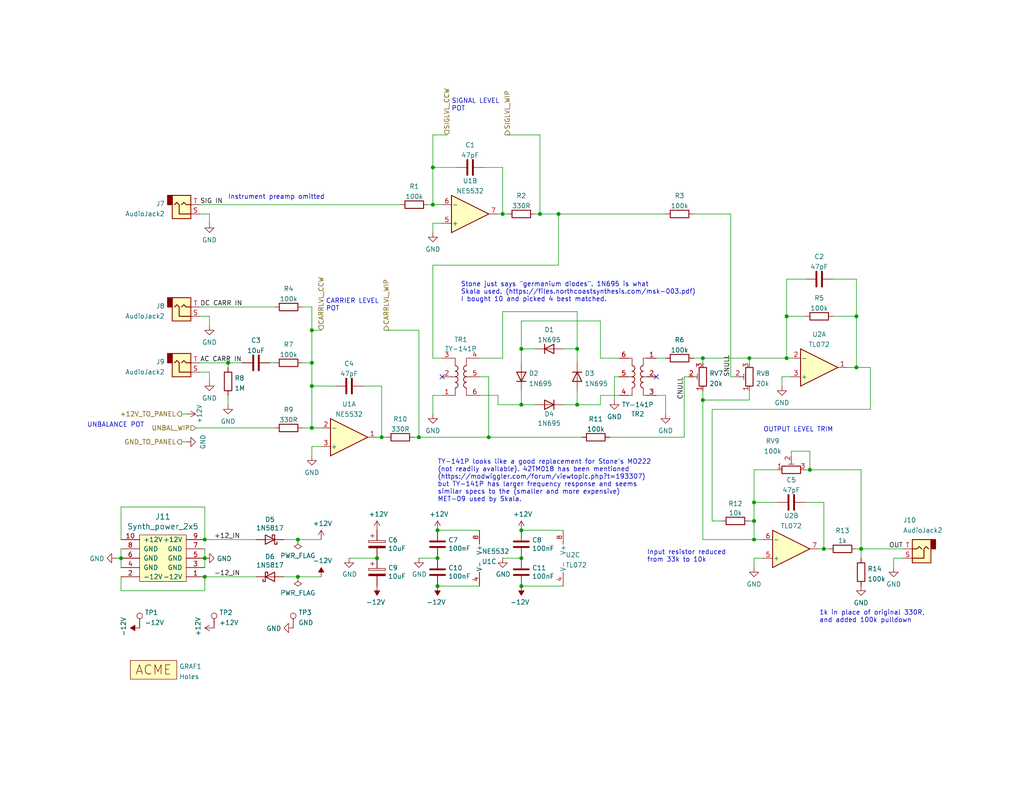
<source format=kicad_sch>
(kicad_sch (version 20211123) (generator eeschema)
  (paper "USLetter")
  (title_block (title "Active Real Ring Modulator") (date "2021-11-20") (company "Rich Holmes / Analog Output") (comment 1 "or neighboring rights to this work. Published from United States.") (comment 2 "To the extent possible under law, Richard Holmes has waived all copyright and related ") (comment 3 "Circuit design by Ken Stone."))
  (lib_symbols
    (symbol "Amplifier_Operational:NE5532" (pin_names (offset 0.127))
      (property "Reference" "U" (at 0 5.08 0))
      (property "Value" "NE5532" (at 0 -5.08 0))
      (symbol "NE5532_1_1"
        (polyline (pts (xy -5.08 5.08) (xy 5.08 0) (xy -5.08 -5.08) (xy -5.08 5.08)) (stroke (width 0.254)) (fill (type background)))
        (pin output line (at 7.62 0 180) (length 2.54) (name "~") (number "1"))
        (pin input line (at -7.62 -2.54 0) (length 2.54) (name "-") (number "2"))
        (pin input line (at -7.62 2.54 0) (length 2.54) (name "+") (number "3"))
      )
      (symbol "NE5532_2_1"
        (polyline (pts (xy -5.08 5.08) (xy 5.08 0) (xy -5.08 -5.08) (xy -5.08 5.08)) (stroke (width 0.254)) (fill (type background)))
        (pin input line (at -7.62 2.54 0) (length 2.54) (name "+") (number "5"))
        (pin input line (at -7.62 -2.54 0) (length 2.54) (name "-") (number "6"))
        (pin output line (at 7.62 0 180) (length 2.54) (name "~") (number "7"))
      )
      (symbol "NE5532_3_1"
        (pin power_in line (at -2.54 -7.62 90) (length 3.81) (name "V-") (number "4"))
        (pin power_in line (at -2.54 7.62 270) (length 3.81) (name "V+") (number "8"))
      )
    )
    (symbol "Connector:AudioJack2"
      (property "Reference" "J" (at 0 8.89 0))
      (property "Value" "AudioJack2" (at 0 6.35 0))
      (symbol "AudioJack2_0_1"
        (rectangle (start -3.81 0) (end -2.54 -2.54) (stroke (width 0.254)) (fill (type outline)))
        (rectangle (start -2.54 3.81) (end 2.54 -2.54) (stroke (width 0.254)) (fill (type background)))
        (polyline (pts (xy 0 0) (xy 0.635 -0.635) (xy 1.27 0) (xy 2.54 0)) (stroke (width 0.254)))
        (polyline (pts (xy 2.54 2.54) (xy -0.635 2.54) (xy -0.635 0) (xy -1.27 -0.635) (xy -1.905 0)) (stroke (width 0.254)))
      )
      (symbol "AudioJack2_1_1"
        (pin passive line (at 5.08 2.54 180) (length 2.54) (name "~") (number "S"))
        (pin passive line (at 5.08 0 180) (length 2.54) (name "~") (number "T"))
      )
    )
    (symbol "Diode:1N4148" (pin_numbers hide) (pin_names (offset 1.016) hide)
      (property "Reference" "D" (at 0 2.54 0))
      (property "Value" "1N4148" (at 0 -2.54 0))
      (symbol "1N4148_0_1"
        (polyline (pts (xy -1.27 1.27) (xy -1.27 -1.27)) (stroke (width 0.254)))
        (polyline (pts (xy 1.27 0) (xy -1.27 0)))
        (polyline (pts (xy 1.27 1.27) (xy 1.27 -1.27) (xy -1.27 0) (xy 1.27 1.27)) (stroke (width 0.254)))
      )
      (symbol "1N4148_1_1"
        (pin passive line (at -3.81 0 0) (length 2.54) (name "K") (number "1"))
        (pin passive line (at 3.81 0 180) (length 2.54) (name "A") (number "2"))
      )
    )
    (symbol "Transformer:ADTT1-1" (pin_names hide)
      (property "Reference" "TR" (at 0 6.35 0))
      (property "Value" "ADTT1-1" (at 0 -6.35 0))
      (symbol "ADTT1-1_0_1"
        (arc (start -1.524 -3.048) (mid -0.762 -2.286) (end -1.524 -1.524) (stroke (width 0.2032)))
        (arc (start -1.524 -1.524) (mid -0.762 -0.762) (end -1.524 0) (stroke (width 0.2032)))
        (arc (start -1.524 0) (mid -0.762 0.762) (end -1.524 1.524) (stroke (width 0.2032)))
        (arc (start -1.524 1.524) (mid -0.762 2.286) (end -1.524 3.048) (stroke (width 0.2032)))
        (polyline (pts (xy -2.54 0) (xy -1.27 0)))
        (polyline (pts (xy 2.54 0) (xy 1.27 0)) (stroke (width 0.1524)))
        (polyline (pts (xy -2.54 5.08) (xy -1.524 5.08) (xy -1.524 3.048)) (stroke (width 0.1524)))
        (polyline (pts (xy -1.524 -3.048) (xy -1.524 -5.08) (xy -2.54 -5.08)) (stroke (width 0.1524)))
        (polyline (pts (xy 1.524 3.048) (xy 1.524 5.08) (xy 2.54 5.08)) (stroke (width 0.1524)))
        (polyline (pts (xy 2.54 -5.08) (xy 1.524 -5.08) (xy 1.524 -3.048)) (stroke (width 0.1524)))
        (arc (start 1.524 -1.524) (mid 0.762 -2.286) (end 1.524 -3.048) (stroke (width 0.2032)))
        (arc (start 1.524 0) (mid 0.762 -0.762) (end 1.524 -1.524) (stroke (width 0.2032)))
        (arc (start 1.524 1.524) (mid 0.762 0.762) (end 1.524 0) (stroke (width 0.2032)))
        (arc (start 1.524 3.048) (mid 0.762 2.286) (end 1.524 1.524) (stroke (width 0.2032)))
      )
      (symbol "ADTT1-1_1_1"
        (pin passive line (at -5.08 -5.08 0) (length 2.54) (name "~") (number "1"))
        (pin passive line (at -5.08 0 0) (length 2.54) (name "~") (number "2"))
        (pin passive line (at -5.08 5.08 0) (length 2.54) (name "~") (number "3"))
        (pin passive line (at 5.08 5.08 180) (length 2.54) (name "~") (number "4"))
        (pin passive line (at 5.08 0 180) (length 2.54) (name "~") (number "5"))
        (pin passive line (at 5.08 -5.08 180) (length 2.54) (name "~") (number "6"))
      )
    )
    (symbol "ao_symbols:1N5817" (pin_numbers hide) (pin_names (offset 1.016) hide)
      (property "Reference" "D" (at 0 2.54 0))
      (property "Value" "1N5817" (at 0 -2.54 0))
      (symbol "1N5817_0_1"
        (polyline (pts (xy 1.27 0) (xy -1.27 0)))
        (polyline (pts (xy 1.27 1.27) (xy 1.27 -1.27) (xy -1.27 0) (xy 1.27 1.27)) (stroke (width 0.254)))
        (polyline (pts (xy -1.905 0.635) (xy -1.905 1.27) (xy -1.27 1.27) (xy -1.27 -1.27) (xy -0.635 -1.27) (xy -0.635 -0.635)) (stroke (width 0.254)))
      )
      (symbol "1N5817_1_1"
        (pin passive line (at -3.81 0 0) (length 2.54) (name "K") (number "1"))
        (pin passive line (at 3.81 0 180) (length 2.54) (name "A") (number "2"))
      )
    )
    (symbol "ao_symbols:C" (pin_numbers hide) (pin_names (offset 0.254))
      (property "Reference" "C" (at 0.635 2.54 0))
      (property "Value" "C" (at 0.635 -2.54 0))
      (symbol "C_0_1"
        (polyline (pts (xy -2.032 -0.762) (xy 2.032 -0.762)) (stroke (width 0.508)))
        (polyline (pts (xy -2.032 0.762) (xy 2.032 0.762)) (stroke (width 0.508)))
      )
      (symbol "C_1_1"
        (pin passive line (at 0 3.81 270) (length 2.794) (name "~") (number "1"))
        (pin passive line (at 0 -3.81 90) (length 2.794) (name "~") (number "2"))
      )
    )
    (symbol "ao_symbols:CP" (pin_numbers hide) (pin_names (offset 0.254))
      (property "Reference" "C" (at 0.635 2.54 0))
      (property "Value" "CP" (at 0.635 -2.54 0))
      (symbol "CP_0_1"
        (rectangle (start -2.286 0.508) (end 2.286 1.016))
        (polyline (pts (xy -1.778 2.286) (xy -0.762 2.286)))
        (polyline (pts (xy -1.27 2.794) (xy -1.27 1.778)))
        (rectangle (start 2.286 -0.508) (end -2.286 -1.016) (fill (type outline)))
      )
      (symbol "CP_1_1"
        (pin passive line (at 0 3.81 270) (length 2.794) (name "~") (number "1"))
        (pin passive line (at 0 -3.81 90) (length 2.794) (name "~") (number "2"))
      )
    )
    (symbol "ao_symbols:Graphic" (pin_names (offset 1.016)) (in_bom no)
      (property "Reference" "GRAF" (at 0 -3.81 0))
      (property "Value" "Graphic" (at 0 3.81 0))
      (symbol "Graphic_0_0"
        (rectangle (start -6.35 2.54) (end 6.35 -2.54) (fill (type background)))
        (text "ACME" (at 0 0 0) (effects (font (size 2.54 2.54))))
      )
    )
    (symbol "ao_symbols:R" (pin_numbers hide) (pin_names (offset 0))
      (property "Reference" "R" (at 2.032 0 90))
      (property "Value" "R" (at 0 0 90))
      (symbol "R_0_1"
        (rectangle (start -1.016 -2.54) (end 1.016 2.54) (stroke (width 0.254)))
      )
      (symbol "R_1_1"
        (pin passive line (at 0 3.81 270) (length 1.27) (name "~") (number "1"))
        (pin passive line (at 0 -3.81 90) (length 1.27) (name "~") (number "2"))
      )
    )
    (symbol "ao_symbols:R_POT_TRIM_3296W" (pin_names (offset 1.016) hide)
      (property "Reference" "RV" (at -4.445 0 90))
      (property "Value" "R_POT_TRIM_3296W" (at -2.54 0 90))
      (symbol "R_POT_TRIM_3296W_0_1"
        (polyline (pts (xy 1.524 0.762) (xy 1.524 -0.762)))
        (polyline (pts (xy 2.54 0) (xy 1.524 0)))
        (rectangle (start 1.016 2.54) (end -1.016 -2.54) (stroke (width 0.254)))
      )
      (symbol "R_POT_TRIM_3296W_1_1"
        (pin passive line (at 0 3.81 270) (length 1.27) (name "1") (number "1"))
        (pin passive line (at 3.81 0 180) (length 1.27) (name "2") (number "2"))
        (pin passive line (at 0 -3.81 90) (length 1.27) (name "3") (number "3"))
      )
    )
    (symbol "ao_symbols:Synth_power_2x5" (pin_names (offset 1.016))
      (property "Reference" "J" (at 0 -7.62 0))
      (property "Value" "Synth_power_2x5" (at 0 7.62 0))
      (symbol "Synth_power_2x5_0_1"
        (rectangle (start -6.35 6.35) (end 6.35 -6.35) (fill (type background)))
      )
      (symbol "Synth_power_2x5_1_1"
        (pin power_out line (at 11.43 -5.08 180) (length 5.08) (name "-12V") (number "1"))
        (pin passive line (at -11.43 5.08 0) (length 5.08) (name "+12V") (number "10"))
        (pin passive line (at -11.43 -5.08 0) (length 5.08) (name "-12V") (number "2"))
        (pin power_out line (at 11.43 -2.54 180) (length 5.08) (name "GND") (number "3"))
        (pin passive line (at -11.43 -2.54 0) (length 5.08) (name "GND") (number "4"))
        (pin passive line (at 11.43 0 180) (length 5.08) (name "GND") (number "5"))
        (pin passive line (at -11.43 0 0) (length 5.08) (name "GND") (number "6"))
        (pin passive line (at 11.43 2.54 180) (length 5.08) (name "GND") (number "7"))
        (pin passive line (at -11.43 2.54 0) (length 5.08) (name "GND") (number "8"))
        (pin power_out line (at 11.43 5.08 180) (length 5.08) (name "+12V") (number "9"))
      )
    )
    (symbol "ao_symbols:TL072" (pin_names (offset 0.127))
      (property "Reference" "U" (at 0 5.08 0))
      (property "Value" "TL072" (at 0 -5.08 0))
      (symbol "TL072_1_1"
        (polyline (pts (xy -5.08 5.08) (xy 5.08 0) (xy -5.08 -5.08) (xy -5.08 5.08)) (stroke (width 0.254)) (fill (type background)))
        (pin output line (at 7.62 0 180) (length 2.54) (name "~") (number "1"))
        (pin input line (at -7.62 -2.54 0) (length 2.54) (name "-") (number "2"))
        (pin input line (at -7.62 2.54 0) (length 2.54) (name "+") (number "3"))
      )
      (symbol "TL072_2_1"
        (polyline (pts (xy -5.08 5.08) (xy 5.08 0) (xy -5.08 -5.08) (xy -5.08 5.08)) (stroke (width 0.254)) (fill (type background)))
        (pin input line (at -7.62 2.54 0) (length 2.54) (name "+") (number "5"))
        (pin input line (at -7.62 -2.54 0) (length 2.54) (name "-") (number "6"))
        (pin output line (at 7.62 0 180) (length 2.54) (name "~") (number "7"))
      )
      (symbol "TL072_3_1"
        (pin power_in line (at -2.54 -7.62 90) (length 3.81) (name "V-") (number "4"))
        (pin power_in line (at -2.54 7.62 270) (length 3.81) (name "V+") (number "8"))
      )
    )
    (symbol "ao_symbols:TestPoint" (pin_numbers hide) (pin_names (offset 0.762) hide) (in_bom no)
      (property "Reference" "TP" (at 0 6.858 0))
      (property "Value" "TestPoint" (at 0 5.08 0))
      (symbol "TestPoint_0_1"
        (circle (center 0 3.302) (radius 0.762))
      )
      (symbol "TestPoint_1_1"
        (pin passive line (at 0 0 90) (length 2.54) (name "1") (number "1"))
      )
    )
    (symbol "power:+12V" (power) (pin_names (offset 0))
      (property "Value" "+12V" (at 0 3.556 0))
      (symbol "+12V_0_1"
        (polyline (pts (xy -0.762 1.27) (xy 0 2.54)))
        (polyline (pts (xy 0 0) (xy 0 2.54)))
        (polyline (pts (xy 0 2.54) (xy 0.762 1.27)))
      )
      (symbol "+12V_1_1"
        (pin power_in line (at 0 0 90) (length 0) hide (name "+12V") (number "1"))
      )
    )
    (symbol "power:-12V" (power) (pin_names (offset 0))
      (property "Value" "-12V" (at 0 3.81 0))
      (symbol "-12V_0_0"
        (pin power_in line (at 0 0 90) (length 0) hide (name "-12V") (number "1"))
      )
      (symbol "-12V_0_1"
        (polyline (pts (xy 0 0) (xy 0 1.27) (xy 0.762 1.27) (xy 0 2.54) (xy -0.762 1.27) (xy 0 1.27)) (fill (type outline)))
      )
    )
    (symbol "power:GND" (power) (pin_names (offset 0))
      (property "Value" "GND" (at 0 -3.81 0))
      (symbol "GND_0_1"
        (polyline (pts (xy 0 0) (xy 0 -1.27) (xy 1.27 -1.27) (xy 0 -2.54) (xy -1.27 -1.27) (xy 0 -1.27)))
      )
      (symbol "GND_1_1"
        (pin power_in line (at 0 0 270) (length 0) hide (name "GND") (number "1"))
      )
    )
    (symbol "power:PWR_FLAG" (power) (pin_numbers hide) (pin_names (offset 0) hide)
      (property "Value" "PWR_FLAG" (at 0 3.81 0))
      (symbol "PWR_FLAG_0_0"
        (pin power_out line (at 0 0 90) (length 0) (name "pwr") (number "1"))
      )
      (symbol "PWR_FLAG_0_1"
        (polyline (pts (xy 0 0) (xy 0 1.27) (xy -1.016 1.905) (xy 0 2.54) (xy 1.016 1.905) (xy 0 1.27)))
      )
    )
  )
  (junction (at 118.11 55.88))
  (junction (at 205.74 137.16))
  (junction (at 119.38 160.02))
  (junction (at 102.87 152.4))
  (junction (at 62.23 99.06))
  (junction (at 85.09 90.17))
  (junction (at 55.88 147.32))
  (junction (at 204.47 97.79))
  (junction (at 119.38 144.78))
  (junction (at 191.77 97.79))
  (junction (at 118.11 45.72))
  (junction (at 137.16 58.42))
  (junction (at 205.74 142.24))
  (junction (at 152.4 58.42))
  (junction (at 142.24 152.4))
  (junction (at 233.68 100.33))
  (junction (at 147.32 58.42))
  (junction (at 114.3 119.38))
  (junction (at 55.88 152.4))
  (junction (at 119.38 152.4))
  (junction (at 214.63 86.36))
  (junction (at 157.48 110.49))
  (junction (at 142.24 160.02))
  (junction (at 142.24 95.25))
  (junction (at 234.95 149.86))
  (junction (at 224.79 149.86))
  (junction (at 220.98 128.27))
  (junction (at 205.74 147.32))
  (junction (at 85.09 105.41))
  (junction (at 142.24 110.49))
  (junction (at 81.28 157.48))
  (junction (at 133.35 119.38))
  (junction (at 214.63 97.79))
  (junction (at 81.28 147.32))
  (junction (at 104.14 119.38))
  (junction (at 142.24 144.78))
  (junction (at 85.09 99.06))
  (junction (at 55.88 157.48))
  (junction (at 85.09 116.84))
  (junction (at 157.48 95.25))
  (junction (at 191.77 109.22))
  (junction (at 233.68 86.36))
  (junction (at 33.02 152.4))
  (no_connect (at 179.07 102.87))
  (no_connect (at 120.65 102.87))
  (wire (pts (xy 163.83 87.63) (xy 163.83 97.79)))
  (wire (pts (xy 191.77 109.22) (xy 191.77 147.32)))
  (wire (pts (xy 163.83 97.79) (xy 168.91 97.79)))
  (wire (pts (xy 233.68 86.36) (xy 233.68 100.33)))
  (wire (pts (xy 234.95 128.27) (xy 234.95 149.86)))
  (wire (pts (xy 142.24 95.25) (xy 142.24 99.06)))
  (wire (pts (xy 54.61 99.06) (xy 62.23 99.06)))
  (wire (pts (xy 55.88 152.4) (xy 55.88 154.94)))
  (wire (pts (xy 132.08 45.72) (xy 137.16 45.72)))
  (wire (pts (xy 220.98 128.27) (xy 234.95 128.27)))
  (wire (pts (xy 118.11 36.83) (xy 121.92 36.83)))
  (wire (pts (xy 118.11 72.39) (xy 118.11 97.79)))
  (wire (pts (xy 53.34 116.84) (xy 74.93 116.84)))
  (wire (pts (xy 243.84 152.4) (xy 243.84 154.94)))
  (wire (pts (xy 114.3 119.38) (xy 133.35 119.38)))
  (wire (pts (xy 233.68 100.33) (xy 237.49 100.33)))
  (wire (pts (xy 205.74 142.24) (xy 205.74 147.32)))
  (wire (pts (xy 137.16 45.72) (xy 137.16 58.42)))
  (wire (pts (xy 152.4 72.39) (xy 118.11 72.39)))
  (wire (pts (xy 137.16 85.09) (xy 157.48 85.09)))
  (wire (pts (xy 77.47 157.48) (xy 81.28 157.48)))
  (wire (pts (xy 85.09 90.17) (xy 85.09 99.06)))
  (wire (pts (xy 55.88 161.29) (xy 55.88 157.48)))
  (wire (pts (xy 118.11 45.72) (xy 124.46 45.72)))
  (wire (pts (xy 146.05 95.25) (xy 142.24 95.25)))
  (wire (pts (xy 191.77 97.79) (xy 191.77 99.06)))
  (wire (pts (xy 219.71 137.16) (xy 224.79 137.16)))
  (wire (pts (xy 234.95 149.86) (xy 233.68 149.86)))
  (wire (pts (xy 81.28 157.48) (xy 87.63 157.48)))
  (wire (pts (xy 130.81 97.79) (xy 137.16 97.79)))
  (wire (pts (xy 119.38 144.78) (xy 130.81 144.78)))
  (wire (pts (xy 133.35 102.87) (xy 133.35 119.38)))
  (wire (pts (xy 157.48 95.25) (xy 153.67 95.25)))
  (wire (pts (xy 118.11 55.88) (xy 118.11 45.72)))
  (wire (pts (xy 215.9 124.46) (xy 215.9 123.19)))
  (wire (pts (xy 120.65 60.96) (xy 118.11 60.96)))
  (wire (pts (xy 113.03 119.38) (xy 114.3 119.38)))
  (wire (pts (xy 179.07 97.79) (xy 181.61 97.79)))
  (wire (pts (xy 73.66 99.06) (xy 74.93 99.06)))
  (wire (pts (xy 54.61 55.88) (xy 109.22 55.88)))
  (wire (pts (xy 54.61 86.36) (xy 57.15 86.36)))
  (wire (pts (xy 85.09 105.41) (xy 85.09 116.84)))
  (wire (pts (xy 138.43 58.42) (xy 137.16 58.42)))
  (wire (pts (xy 204.47 106.68) (xy 204.47 109.22)))
  (wire (pts (xy 157.48 110.49) (xy 157.48 106.68)))
  (wire (pts (xy 102.87 119.38) (xy 104.14 119.38)))
  (wire (pts (xy 137.16 97.79) (xy 137.16 85.09)))
  (wire (pts (xy 234.95 149.86) (xy 234.95 152.4)))
  (wire (pts (xy 104.14 119.38) (xy 105.41 119.38)))
  (wire (pts (xy 204.47 109.22) (xy 191.77 109.22)))
  (wire (pts (xy 137.16 152.4) (xy 142.24 152.4)))
  (wire (pts (xy 33.02 152.4) (xy 33.02 154.94)))
  (wire (pts (xy 194.31 111.76) (xy 194.31 142.24)))
  (wire (pts (xy 62.23 99.06) (xy 62.23 100.33)))
  (wire (pts (xy 168.91 107.95) (xy 163.83 107.95)))
  (wire (pts (xy 81.28 147.32) (xy 87.63 147.32)))
  (wire (pts (xy 135.89 110.49) (xy 142.24 110.49)))
  (wire (pts (xy 85.09 121.92) (xy 87.63 121.92)))
  (wire (pts (xy 231.14 100.33) (xy 233.68 100.33)))
  (wire (pts (xy 55.88 147.32) (xy 69.85 147.32)))
  (wire (pts (xy 57.15 101.6) (xy 57.15 104.14)))
  (wire (pts (xy 147.32 58.42) (xy 152.4 58.42)))
  (wire (pts (xy 114.3 90.17) (xy 114.3 119.38)))
  (wire (pts (xy 104.14 105.41) (xy 104.14 119.38)))
  (wire (pts (xy 220.98 123.19) (xy 220.98 128.27)))
  (wire (pts (xy 85.09 90.17) (xy 87.63 90.17)))
  (wire (pts (xy 138.43 36.83) (xy 147.32 36.83)))
  (wire (pts (xy 181.61 107.95) (xy 181.61 113.03)))
  (wire (pts (xy 33.02 157.48) (xy 33.02 161.29)))
  (wire (pts (xy 82.55 99.06) (xy 85.09 99.06)))
  (wire (pts (xy 205.74 137.16) (xy 205.74 142.24)))
  (wire (pts (xy 215.9 123.19) (xy 220.98 123.19)))
  (wire (pts (xy 205.74 152.4) (xy 205.74 154.94)))
  (wire (pts (xy 224.79 149.86) (xy 223.52 149.86)))
  (wire (pts (xy 85.09 83.82) (xy 85.09 90.17)))
  (wire (pts (xy 105.41 90.17) (xy 114.3 90.17)))
  (wire (pts (xy 57.15 58.42) (xy 57.15 60.96)))
  (wire (pts (xy 191.77 147.32) (xy 205.74 147.32)))
  (wire (pts (xy 205.74 137.16) (xy 212.09 137.16)))
  (wire (pts (xy 226.06 149.86) (xy 224.79 149.86)))
  (wire (pts (xy 82.55 116.84) (xy 85.09 116.84)))
  (wire (pts (xy 57.15 86.36) (xy 57.15 88.9)))
  (wire (pts (xy 130.81 107.95) (xy 135.89 107.95)))
  (wire (pts (xy 186.69 119.38) (xy 186.69 102.87)))
  (wire (pts (xy 189.23 97.79) (xy 191.77 97.79)))
  (wire (pts (xy 246.38 152.4) (xy 243.84 152.4)))
  (wire (pts (xy 214.63 76.2) (xy 214.63 86.36)))
  (wire (pts (xy 31.75 152.4) (xy 33.02 152.4)))
  (wire (pts (xy 157.48 85.09) (xy 157.48 95.25)))
  (wire (pts (xy 214.63 86.36) (xy 219.71 86.36)))
  (wire (pts (xy 205.74 128.27) (xy 205.74 137.16)))
  (wire (pts (xy 152.4 58.42) (xy 181.61 58.42)))
  (wire (pts (xy 186.69 102.87) (xy 187.96 102.87)))
  (wire (pts (xy 227.33 76.2) (xy 233.68 76.2)))
  (wire (pts (xy 142.24 110.49) (xy 146.05 110.49)))
  (wire (pts (xy 213.36 105.41) (xy 213.36 102.87)))
  (wire (pts (xy 118.11 97.79) (xy 120.65 97.79)))
  (wire (pts (xy 77.47 147.32) (xy 81.28 147.32)))
  (wire (pts (xy 213.36 102.87) (xy 215.9 102.87)))
  (wire (pts (xy 62.23 99.06) (xy 66.04 99.06)))
  (wire (pts (xy 191.77 97.79) (xy 204.47 97.79)))
  (wire (pts (xy 205.74 128.27) (xy 212.09 128.27)))
  (wire (pts (xy 199.39 58.42) (xy 199.39 102.87)))
  (wire (pts (xy 219.71 128.27) (xy 220.98 128.27)))
  (wire (pts (xy 234.95 149.86) (xy 246.38 149.86)))
  (wire (pts (xy 208.28 152.4) (xy 205.74 152.4)))
  (wire (pts (xy 118.11 107.95) (xy 118.11 113.03)))
  (wire (pts (xy 118.11 45.72) (xy 118.11 36.83)))
  (wire (pts (xy 137.16 58.42) (xy 135.89 58.42)))
  (wire (pts (xy 204.47 97.79) (xy 214.63 97.79)))
  (wire (pts (xy 95.25 152.4) (xy 102.87 152.4)))
  (wire (pts (xy 227.33 86.36) (xy 233.68 86.36)))
  (wire (pts (xy 214.63 86.36) (xy 214.63 97.79)))
  (wire (pts (xy 54.61 83.82) (xy 74.93 83.82)))
  (wire (pts (xy 135.89 107.95) (xy 135.89 110.49)))
  (wire (pts (xy 224.79 137.16) (xy 224.79 149.86)))
  (wire (pts (xy 55.88 138.43) (xy 55.88 147.32)))
  (wire (pts (xy 142.24 106.68) (xy 142.24 110.49)))
  (wire (pts (xy 119.38 160.02) (xy 130.81 160.02)))
  (wire (pts (xy 153.67 110.49) (xy 157.48 110.49)))
  (wire (pts (xy 147.32 58.42) (xy 146.05 58.42)))
  (wire (pts (xy 167.64 102.87) (xy 167.64 109.22)))
  (wire (pts (xy 82.55 83.82) (xy 85.09 83.82)))
  (wire (pts (xy 205.74 147.32) (xy 208.28 147.32)))
  (wire (pts (xy 237.49 100.33) (xy 237.49 111.76)))
  (wire (pts (xy 157.48 99.06) (xy 157.48 95.25)))
  (wire (pts (xy 214.63 76.2) (xy 219.71 76.2)))
  (wire (pts (xy 168.91 102.87) (xy 167.64 102.87)))
  (wire (pts (xy 85.09 116.84) (xy 87.63 116.84)))
  (wire (pts (xy 163.83 110.49) (xy 157.48 110.49)))
  (wire (pts (xy 62.23 107.95) (xy 62.23 110.49)))
  (wire (pts (xy 199.39 102.87) (xy 200.66 102.87)))
  (wire (pts (xy 147.32 36.83) (xy 147.32 58.42)))
  (wire (pts (xy 179.07 107.95) (xy 181.61 107.95)))
  (wire (pts (xy 118.11 55.88) (xy 120.65 55.88)))
  (wire (pts (xy 99.06 105.41) (xy 104.14 105.41)))
  (wire (pts (xy 33.02 147.32) (xy 33.02 138.43)))
  (wire (pts (xy 204.47 142.24) (xy 205.74 142.24)))
  (wire (pts (xy 142.24 160.02) (xy 153.67 160.02)))
  (wire (pts (xy 54.61 101.6) (xy 57.15 101.6)))
  (wire (pts (xy 189.23 58.42) (xy 199.39 58.42)))
  (wire (pts (xy 85.09 124.46) (xy 85.09 121.92)))
  (wire (pts (xy 163.83 107.95) (xy 163.83 110.49)))
  (wire (pts (xy 33.02 161.29) (xy 55.88 161.29)))
  (wire (pts (xy 50.8 113.03) (xy 49.53 113.03)))
  (wire (pts (xy 33.02 138.43) (xy 55.88 138.43)))
  (wire (pts (xy 33.02 149.86) (xy 33.02 152.4)))
  (wire (pts (xy 49.53 120.65) (xy 50.8 120.65)))
  (wire (pts (xy 54.61 58.42) (xy 57.15 58.42)))
  (wire (pts (xy 130.81 102.87) (xy 133.35 102.87)))
  (wire (pts (xy 85.09 99.06) (xy 85.09 105.41)))
  (wire (pts (xy 204.47 97.79) (xy 204.47 99.06)))
  (wire (pts (xy 118.11 60.96) (xy 118.11 63.5)))
  (wire (pts (xy 237.49 111.76) (xy 194.31 111.76)))
  (wire (pts (xy 85.09 105.41) (xy 91.44 105.41)))
  (wire (pts (xy 214.63 97.79) (xy 215.9 97.79)))
  (wire (pts (xy 152.4 58.42) (xy 152.4 72.39)))
  (wire (pts (xy 55.88 149.86) (xy 55.88 152.4)))
  (wire (pts (xy 118.11 107.95) (xy 120.65 107.95)))
  (wire (pts (xy 114.3 152.4) (xy 119.38 152.4)))
  (wire (pts (xy 133.35 119.38) (xy 158.75 119.38)))
  (wire (pts (xy 116.84 55.88) (xy 118.11 55.88)))
  (wire (pts (xy 233.68 76.2) (xy 233.68 86.36)))
  (wire (pts (xy 142.24 95.25) (xy 142.24 87.63)))
  (wire (pts (xy 55.88 157.48) (xy 69.85 157.48)))
  (wire (pts (xy 194.31 142.24) (xy 196.85 142.24)))
  (wire (pts (xy 142.24 144.78) (xy 153.67 144.78)))
  (wire (pts (xy 166.37 119.38) (xy 186.69 119.38)))
  (wire (pts (xy 191.77 109.22) (xy 191.77 106.68)))
  (wire (pts (xy 142.24 87.63) (xy 163.83 87.63)))
  (text "OUTPUT LEVEL TRIM" (at 208.28 118.11 0) (effects (font (size 1.27 1.27)) (justify left bottom)))
  (text "1k in place of original 330R, \nand added 100k pulldown" (at 223.52 170.18 0) (effects (font (size 1.27 1.27)) (justify left bottom)))
  (text "Instrument preamp omitted" (at 62.23 54.61 0) (effects (font (size 1.27 1.27)) (justify left bottom)))
  (text "UNBALANCE POT" (at 39.37 116.84 180) (effects (font (size 1.27 1.27)) (justify right bottom)))
  (text "Input resistor reduced \nfrom 33k to 10k" (at 176.53 153.67 0) (effects (font (size 1.27 1.27)) (justify left bottom)))
  (text "SIGNAL LEVEL\nPOT" (at 123.19 30.48 0) (effects (font (size 1.27 1.27)) (justify left bottom)))
  (text "Stone just says \"germanium diodes\". 1N695 is what\nSkala used. (https://files.northcoastsynthesis.com/msk-003.pdf)\nI bought 10 and picked 4 best matched." (at 125.73 82.55 0) (effects (font (size 1.27 1.27)) (justify left bottom)))
  (text "TY-141P looks like a good replacement for Stone's MO222\n(not readily available). 42TM018 has been mentioned \n(https://modwiggler.com/forum/viewtopic.php?t=193307)\nbut TY-141P has larger frequency response and seems \nsimilar specs to the (smaller and more expensive) \nMET-09 used by Skala." (at 119.38 137.16 0) (effects (font (size 1.27 1.27)) (justify left bottom)))
  (text "CARRIER LEVEL\nPOT" (at 88.9 85.09 0) (effects (font (size 1.27 1.27)) (justify left bottom)))
  (label "CNULL" (at 186.69 102.87 270))
  (label "DC CARR IN" (at 54.61 83.82 0))
  (label "SNULL" (at 199.39 102.87 90))
  (label "OUT" (at 246.38 149.86 180))
  (label "SIG IN" (at 54.61 55.88 0))
  (label "AC CARR IN" (at 54.61 99.06 0))
  (label "-12_IN" (at 58.42 157.48 0))
  (label "+12_IN" (at 58.42 147.32 0))
  (hierarchical_label "CARRLVL_WIP" (shape output) (at 105.41 90.17 90))
  (hierarchical_label "UNBAL_WIP" (shape input) (at 53.34 116.84 180))
  (hierarchical_label "SIGLVL_WIP" (shape output) (at 138.43 36.83 90))
  (hierarchical_label "+12V_TO_PANEL" (shape output) (at 49.53 113.03 180))
  (hierarchical_label "SIGLVL_CCW" (shape input) (at 121.92 36.83 90))
  (hierarchical_label "CARRLVL_CCW" (shape input) (at 87.63 90.17 90))
  (hierarchical_label "GND_TO_PANEL" (shape output) (at 49.53 120.65 180))
  (symbol (lib_id "power:GND") (at 80.01 171.45 270) (unit 1)
    (property "Reference" "#PWR031" (effects hide))
    (property "Value" "GND" (at 76.7588 171.577 90) (effects (justify right)))
  )
  (symbol (lib_id "ao_symbols:1N5817") (at 73.66 157.48 0) (mirror x) (unit 1)
    (property "Reference" "D6" (at 73.66 151.9936 0))
    (property "Value" "1N5817" (at 73.66 154.305 0))
    (property "Footprint" "ao_tht:D_DO-41_SOD81_P10.16mm_Horizontal" (effects hide))
    (property "Vendor" "Tayda" (effects hide))
    (property "SKU" "A-159" (effects hide))
  )
  (symbol (lib_id "ao_symbols:1N5817") (at 73.66 147.32 180) (unit 1)
    (property "Reference" "D5" (at 73.66 141.8336 0))
    (property "Value" "1N5817" (at 73.66 144.145 0))
    (property "Footprint" "ao_tht:D_DO-41_SOD81_P10.16mm_Horizontal" (effects hide))
    (property "Vendor" "Tayda" (effects hide))
    (property "SKU" "A-159" (effects hide))
  )
  (symbol (lib_id "ao_symbols:C") (at 95.25 105.41 90) (unit 1)
    (property "Reference" "C4" (at 95.25 99.2845 90))
    (property "Value" "47pF" (at 95.25 102.0596 90))
    (property "Footprint" "ao_tht:C_Disc_D5.0mm_W2.5mm_P5.00mm" (effects hide))
    (property "Vendor" "Tayda" (effects hide))
  )
  (symbol (lib_id "ao_symbols:Synth_power_2x5") (at 44.45 152.4 0) (unit 1)
    (property "Reference" "J11" (at 44.45 141.0462 0) (effects (font (size 1.524 1.524))))
    (property "Value" "Synth_power_2x5" (at 44.45 143.7386 0) (effects (font (size 1.524 1.524))))
    (property "Footprint" "ao_tht:Power_Header" (effects hide))
    (property "Vendor" "Tayda" (effects hide))
    (property "SKU" "A-2939" (effects hide))
  )
  (symbol (lib_id "power:GND") (at 85.09 124.46 0) (unit 1)
    (property "Reference" "#PWR012" (effects hide))
    (property "Value" "GND" (at 85.09 129.0225 0))
  )
  (symbol (lib_id "Diode:1N4148") (at 149.86 95.25 0) (unit 1)
    (property "Reference" "D1" (at 149.86 90.0135 0))
    (property "Value" "1N695" (at 149.86 92.7886 0))
    (property "Footprint" "ringmod:D_DO-7_P10.16mm_Horizontal" (effects hide))
    (property "Datasheet" "https://assets.nexperia.com/documents/data-sheet/1N4148_1N4448.pdf" (effects hide))
  )
  (symbol (lib_id "power:GND") (at 57.15 88.9 0) (unit 1)
    (property "Reference" "#PWR03" (effects hide))
    (property "Value" "GND" (at 57.15 93.4625 0))
  )
  (symbol (lib_id "Diode:1N4148") (at 142.24 102.87 270) (mirror x) (unit 1)
    (property "Reference" "D2" (at 144.272 101.9615 90) (effects (justify left)))
    (property "Value" "1N695" (at 144.272 104.7366 90) (effects (justify left)))
    (property "Footprint" "ringmod:D_DO-7_P10.16mm_Horizontal" (effects hide))
    (property "Datasheet" "https://assets.nexperia.com/documents/data-sheet/1N4148_1N4448.pdf" (effects hide))
  )
  (symbol (lib_id "ao_symbols:TestPoint") (at 58.42 171.45 0) (unit 1)
    (property "Reference" "TP2" (at 59.817 167.2395 0) (effects (justify left)))
    (property "Value" "+12V" (at 59.817 170.0146 0) (effects (justify left)))
    (property "Footprint" "ao_tht:TestPoint_THTPad_D1.5mm_Drill0.7mm" (effects hide))
    (property "Config" "DNF" (effects hide))
  )
  (symbol (lib_id "ao_symbols:R") (at 162.56 119.38 90) (unit 1)
    (property "Reference" "R11" (at 162.56 114.3975 90))
    (property "Value" "100k" (at 162.56 117.1726 90))
    (property "Footprint" "ao_tht:R_Axial_DIN0207_L6.3mm_D2.5mm_P10.16mm_Horizontal" (effects hide))
    (property "Vendor" "Tayda" (effects hide))
  )
  (symbol (lib_id "ao_symbols:R") (at 185.42 97.79 90) (unit 1)
    (property "Reference" "R6" (at 185.42 92.8075 90))
    (property "Value" "100k" (at 185.42 95.5826 90))
    (property "Footprint" "ao_tht:R_Axial_DIN0207_L6.3mm_D2.5mm_P10.16mm_Horizontal" (effects hide))
    (property "Vendor" "Tayda" (effects hide))
  )
  (symbol (lib_id "ao_symbols:C") (at 223.52 76.2 90) (unit 1)
    (property "Reference" "C2" (at 223.52 70.0745 90))
    (property "Value" "47pF" (at 223.52 72.8496 90))
    (property "Footprint" "ao_tht:C_Disc_D5.0mm_W2.5mm_P5.00mm" (effects hide))
    (property "Vendor" "Tayda" (effects hide))
  )
  (symbol (lib_id "power:PWR_FLAG") (at 81.28 147.32 0) (mirror x) (unit 1)
    (property "Reference" "#FLG01" (effects hide))
    (property "Value" "PWR_FLAG" (at 81.28 151.7142 0))
  )
  (symbol (lib_id "power:GND") (at 213.36 105.41 0) (unit 1)
    (property "Reference" "#PWR05" (effects hide))
    (property "Value" "GND" (at 213.36 109.9725 0))
  )
  (symbol (lib_id "Connector:AudioJack2") (at 251.46 149.86 180) (unit 1)
    (property "Reference" "J10" (at 246.38 142.0049 0) (effects (justify right)))
    (property "Value" "AudioJack2" (at 246.38 144.78 0) (effects (justify right)))
    (property "Footprint" "ao_tht:Jack_6.35mm_PJ_629HAN_slots" (effects hide))
  )
  (symbol (lib_id "ao_symbols:TestPoint") (at 38.1 171.45 0) (unit 1)
    (property "Reference" "TP1" (at 39.497 167.2395 0) (effects (justify left)))
    (property "Value" "-12V" (at 39.497 170.0146 0) (effects (justify left)))
    (property "Footprint" "ao_tht:TestPoint_THTPad_D1.5mm_Drill0.7mm" (effects hide))
    (property "Config" "DNF" (effects hide))
  )
  (symbol (lib_id "ao_symbols:R") (at 113.03 55.88 90) (unit 1)
    (property "Reference" "R1" (at 113.03 50.8975 90))
    (property "Value" "100k" (at 113.03 53.6726 90))
    (property "Footprint" "ao_tht:R_Axial_DIN0207_L6.3mm_D2.5mm_P10.16mm_Horizontal" (effects hide))
    (property "Vendor" "Tayda" (effects hide))
  )
  (symbol (lib_id "ao_symbols:R") (at 185.42 58.42 90) (unit 1)
    (property "Reference" "R3" (at 185.42 53.4375 90))
    (property "Value" "100k" (at 185.42 56.2126 90))
    (property "Footprint" "ao_tht:R_Axial_DIN0207_L6.3mm_D2.5mm_P10.16mm_Horizontal" (effects hide))
    (property "Vendor" "Tayda" (effects hide))
  )
  (symbol (lib_id "Amplifier_Operational:NE5532") (at 95.25 119.38 0) (mirror x) (unit 1)
    (property "Reference" "U1" (at 95.25 110.3335 0))
    (property "Value" "NE5532" (at 95.25 113.1086 0))
    (property "Footprint" "ao_tht:DIP-8_W7.62mm_Socket_LongPads" (effects hide))
    (property "Datasheet" "http://www.ti.com/lit/ds/symlink/ne5532.pdf" (effects hide))
  )
  (symbol (lib_id "ao_symbols:R") (at 200.66 142.24 90) (unit 1)
    (property "Reference" "R12" (at 200.66 137.5242 90))
    (property "Value" "10k" (at 200.66 140.0611 90))
    (property "Footprint" "ao_tht:R_Axial_DIN0207_L6.3mm_D2.5mm_P10.16mm_Horizontal" (effects hide))
    (property "Vendor" "Tayda" (effects hide))
  )
  (symbol (lib_id "power:GND") (at 114.3 152.4 0) (unit 1)
    (property "Reference" "#PWR020" (effects hide))
    (property "Value" "GND" (at 114.427 156.7942 0))
  )
  (symbol (lib_id "ao_symbols:R") (at 142.24 58.42 90) (unit 1)
    (property "Reference" "R2" (at 142.24 53.4375 90))
    (property "Value" "330R" (at 142.24 56.2126 90))
    (property "Footprint" "ao_tht:R_Axial_DIN0207_L6.3mm_D2.5mm_P10.16mm_Horizontal" (effects hide))
    (property "Vendor" "Tayda" (effects hide))
  )
  (symbol (lib_id "ao_symbols:C") (at 142.24 156.21 0) (unit 1)
    (property "Reference" "C11" (at 145.161 155.0416 0) (effects (justify left)))
    (property "Value" "100nF" (at 145.161 157.353 0) (effects (justify left)))
    (property "Footprint" "ao_tht:C_Disc_D3.0mm_W1.6mm_P2.50mm" (effects hide))
    (property "Vendor" "Tayda" (effects hide))
    (property "SKU" "A-553" (effects hide))
  )
  (symbol (lib_id "power:GND") (at 95.25 152.4 0) (unit 1)
    (property "Reference" "#PWR019" (effects hide))
    (property "Value" "GND" (at 95.377 156.7942 0))
  )
  (symbol (lib_id "ao_symbols:TL072") (at 223.52 100.33 0) (mirror x) (unit 1)
    (property "Reference" "U2" (at 223.52 91.2835 0))
    (property "Value" "TL072" (at 223.52 94.0586 0))
    (property "Footprint" "ao_tht:DIP-8_W7.62mm_Socket_LongPads" (effects hide))
    (property "Vendor" "Tayda" (effects hide))
    (property "SKU" "A-037" (effects hide))
  )
  (symbol (lib_id "Diode:1N4148") (at 157.48 102.87 90) (mirror x) (unit 1)
    (property "Reference" "D3" (at 159.512 101.9615 90) (effects (justify right)))
    (property "Value" "1N695" (at 159.512 104.7366 90) (effects (justify right)))
    (property "Footprint" "ringmod:D_DO-7_P10.16mm_Horizontal" (effects hide))
    (property "Datasheet" "https://assets.nexperia.com/documents/data-sheet/1N4148_1N4448.pdf" (effects hide))
  )
  (symbol (lib_id "power:GND") (at 181.61 113.03 0) (unit 1)
    (property "Reference" "#PWR010" (effects hide))
    (property "Value" "GND" (at 181.61 117.5925 0))
  )
  (symbol (lib_id "ao_symbols:R_POT_TRIM_3296W") (at 215.9 128.27 90) (unit 1)
    (property "Reference" "RV9" (at 210.82 120.4149 90))
    (property "Value" "100k" (at 210.82 123.19 90))
    (property "Footprint" "ao_tht:Potentiometer_Bourns_3296W_Vertical_standard" (effects hide))
    (property "Vendor" "Tayda" (effects hide))
  )
  (symbol (lib_id "power:+12V") (at 87.63 147.32 0) (unit 1)
    (property "Reference" "#PWR016" (effects hide))
    (property "Value" "+12V" (at 88.011 142.9258 0))
  )
  (symbol (lib_id "Amplifier_Operational:NE5532") (at 128.27 152.4 0) (mirror y) (unit 3)
    (property "Reference" "U1" (at 131.445 153.3085 0) (effects (justify right)))
    (property "Value" "NE5532" (at 131.445 150.5334 0) (effects (justify right)))
    (property "Footprint" "ao_tht:DIP-8_W7.62mm_Socket_LongPads" (effects hide))
    (property "Datasheet" "http://www.ti.com/lit/ds/symlink/ne5532.pdf" (effects hide))
  )
  (symbol (lib_id "power:GND") (at 137.16 152.4 0) (unit 1)
    (property "Reference" "#PWR021" (effects hide))
    (property "Value" "GND" (at 137.287 156.7942 0))
  )
  (symbol (lib_id "ao_symbols:R") (at 109.22 119.38 90) (unit 1)
    (property "Reference" "R10" (at 109.22 114.3975 90))
    (property "Value" "330R" (at 109.22 117.1726 90))
    (property "Footprint" "ao_tht:R_Axial_DIN0207_L6.3mm_D2.5mm_P10.16mm_Horizontal" (effects hide))
    (property "Vendor" "Tayda" (effects hide))
  )
  (symbol (lib_id "Connector:AudioJack2") (at 49.53 99.06 0) (mirror x) (unit 1)
    (property "Reference" "J9" (at 44.9581 98.7865 0) (effects (justify right)))
    (property "Value" "AudioJack2" (at 44.9581 101.5616 0) (effects (justify right)))
    (property "Footprint" "ao_tht:Jack_6.35mm_PJ_629HAN_slots" (effects hide))
  )
  (symbol (lib_id "power:GND") (at 31.75 152.4 270) (unit 1)
    (property "Reference" "#PWR017" (effects hide))
    (property "Value" "GND" (at 28.4988 152.527 90) (effects (justify right)))
  )
  (symbol (lib_id "ao_symbols:C") (at 128.27 45.72 90) (unit 1)
    (property "Reference" "C1" (at 128.27 39.5945 90))
    (property "Value" "47pF" (at 128.27 42.3696 90))
    (property "Footprint" "ao_tht:C_Disc_D5.0mm_W2.5mm_P5.00mm" (effects hide))
    (property "Vendor" "Tayda" (effects hide))
  )
  (symbol (lib_id "ao_symbols:CP") (at 102.87 148.59 0) (unit 1)
    (property "Reference" "C6" (at 105.8672 147.4216 0) (effects (justify left)))
    (property "Value" "10uF" (at 105.8672 149.733 0) (effects (justify left)))
    (property "Footprint" "ao_tht:CP_Radial_D6.3mm_P2.50mm" (effects hide))
    (property "Vendor" "Tayda" (effects hide))
    (property "SKU" "A-4349" (effects hide))
  )
  (symbol (lib_id "ao_symbols:TL072") (at 156.21 152.4 0) (unit 3)
    (property "Reference" "U2" (at 154.305 151.4915 0) (effects (justify left)))
    (property "Value" "TL072" (at 154.305 154.2666 0) (effects (justify left)))
    (property "Footprint" "ao_tht:DIP-8_W7.62mm_Socket_LongPads" (effects hide))
    (property "Vendor" "Tayda" (effects hide))
    (property "SKU" "A-037" (effects hide))
  )
  (symbol (lib_id "ao_symbols:Graphic") (at 41.91 182.88 0) (unit 1)
    (property "Reference" "GRAF1" (at 48.895 181.9715 0) (effects (justify left)))
    (property "Value" "Holes" (at 48.895 184.7466 0) (effects (justify left)))
    (property "Footprint" "ringmod:ringmod_panel_2_holes" (effects hide))
    (property "Config" "DNF" (effects hide))
  )
  (symbol (lib_id "ao_symbols:C") (at 119.38 156.21 0) (unit 1)
    (property "Reference" "C10" (at 122.301 155.0416 0) (effects (justify left)))
    (property "Value" "100nF" (at 122.301 157.353 0) (effects (justify left)))
    (property "Footprint" "ao_tht:C_Disc_D3.0mm_W1.6mm_P2.50mm" (effects hide))
    (property "Vendor" "Tayda" (effects hide))
    (property "SKU" "A-553" (effects hide))
  )
  (symbol (lib_id "power:+12V") (at 50.8 113.03 270) (unit 1)
    (property "Reference" "#PWR08" (effects hide))
    (property "Value" "+12V" (at 54.4045 113.03 0))
  )
  (symbol (lib_id "power:-12V") (at 102.87 160.02 180) (unit 1)
    (property "Reference" "#PWR025" (effects hide))
    (property "Value" "-12V" (at 102.489 164.4142 0))
  )
  (symbol (lib_id "power:GND") (at 118.11 63.5 0) (unit 1)
    (property "Reference" "#PWR02" (effects hide))
    (property "Value" "GND" (at 118.11 68.0625 0))
  )
  (symbol (lib_id "power:GND") (at 57.15 60.96 0) (unit 1)
    (property "Reference" "#PWR01" (effects hide))
    (property "Value" "GND" (at 57.15 65.5225 0))
  )
  (symbol (lib_id "ao_symbols:R") (at 78.74 83.82 90) (unit 1)
    (property "Reference" "R4" (at 78.74 78.8375 90))
    (property "Value" "100k" (at 78.74 81.6126 90))
    (property "Footprint" "ao_tht:R_Axial_DIN0207_L6.3mm_D2.5mm_P10.16mm_Horizontal" (effects hide))
    (property "Vendor" "Tayda" (effects hide))
  )
  (symbol (lib_id "Connector:AudioJack2") (at 49.53 55.88 0) (mirror x) (unit 1)
    (property "Reference" "J7" (at 44.9581 55.6065 0) (effects (justify right)))
    (property "Value" "AudioJack2" (at 44.9581 58.3816 0) (effects (justify right)))
    (property "Footprint" "ao_tht:Jack_6.35mm_PJ_629HAN_slots" (effects hide))
  )
  (symbol (lib_id "ao_symbols:C") (at 142.24 148.59 0) (unit 1)
    (property "Reference" "C8" (at 145.161 147.4216 0) (effects (justify left)))
    (property "Value" "100nF" (at 145.161 149.733 0) (effects (justify left)))
    (property "Footprint" "ao_tht:C_Disc_D3.0mm_W1.6mm_P2.50mm" (effects hide))
    (property "Vendor" "Tayda" (effects hide))
    (property "SKU" "A-553" (effects hide))
  )
  (symbol (lib_id "power:GND") (at 243.84 154.94 0) (mirror y) (unit 1)
    (property "Reference" "#PWR023" (effects hide))
    (property "Value" "GND" (at 243.84 159.5025 0))
  )
  (symbol (lib_id "ao_symbols:R_POT_TRIM_3296W") (at 191.77 102.87 180) (unit 1)
    (property "Reference" "RV7" (at 193.548 101.9615 0) (effects (justify right)))
    (property "Value" "20k" (at 193.548 104.7366 0) (effects (justify right)))
    (property "Footprint" "ao_tht:Potentiometer_Bourns_3296W_Vertical_standard" (effects hide))
    (property "Vendor" "Tayda" (effects hide))
  )
  (symbol (lib_id "power:+12V") (at 102.87 144.78 0) (unit 1)
    (property "Reference" "#PWR013" (effects hide))
    (property "Value" "+12V" (at 103.251 140.3858 0))
  )
  (symbol (lib_id "power:+12V") (at 142.24 144.78 0) (unit 1)
    (property "Reference" "#PWR015" (effects hide))
    (property "Value" "+12V" (at 142.621 140.3858 0))
  )
  (symbol (lib_id "power:+12V") (at 58.42 171.45 90) (unit 1)
    (property "Reference" "#PWR030" (effects hide))
    (property "Value" "+12V" (at 54.0258 171.069 0))
  )
  (symbol (lib_id "ao_symbols:TL072") (at 215.9 149.86 0) (mirror x) (unit 2)
    (property "Reference" "U2" (at 215.9 140.8135 0))
    (property "Value" "TL072" (at 215.9 143.5886 0))
    (property "Footprint" "ao_tht:DIP-8_W7.62mm_Socket_LongPads" (effects hide))
    (property "Vendor" "Tayda" (effects hide))
    (property "SKU" "A-037" (effects hide))
  )
  (symbol (lib_id "ao_symbols:R") (at 229.87 149.86 90) (unit 1)
    (property "Reference" "R13" (at 229.87 144.8775 90))
    (property "Value" "1k" (at 229.87 147.6526 90))
    (property "Footprint" "ao_tht:R_Axial_DIN0207_L6.3mm_D2.5mm_P10.16mm_Horizontal" (effects hide))
    (property "Vendor" "Tayda" (effects hide))
  )
  (symbol (lib_id "power:GND") (at 205.74 154.94 0) (unit 1)
    (property "Reference" "#PWR022" (effects hide))
    (property "Value" "GND" (at 205.74 159.5025 0))
  )
  (symbol (lib_id "ao_symbols:C") (at 69.85 99.06 270) (unit 1)
    (property "Reference" "C3" (at 69.85 92.9345 90))
    (property "Value" "10uF" (at 69.85 95.7096 90))
    (property "Footprint" "ao_tht:C_Radial_D8.0mm_H11.5mm_P3.50mm" (effects hide))
    (property "Vendor" "Tayda" (effects hide))
  )
  (symbol (lib_id "power:+12V") (at 119.38 144.78 0) (unit 1)
    (property "Reference" "#PWR014" (effects hide))
    (property "Value" "+12V" (at 119.761 140.3858 0))
  )
  (symbol (lib_id "ao_symbols:R") (at 62.23 104.14 0) (unit 1)
    (property "Reference" "R8" (at 64.008 103.2315 0) (effects (justify left)))
    (property "Value" "1M" (at 64.008 106.0066 0) (effects (justify left)))
    (property "Footprint" "ao_tht:R_Axial_DIN0207_L6.3mm_D2.5mm_P10.16mm_Horizontal" (effects hide))
    (property "Vendor" "Tayda" (effects hide))
  )
  (symbol (lib_id "power:-12V") (at 87.63 157.48 0) (unit 1)
    (property "Reference" "#PWR024" (effects hide))
    (property "Value" "-12V" (at 88.011 153.0858 0))
  )
  (symbol (lib_id "ao_symbols:R") (at 78.74 99.06 90) (unit 1)
    (property "Reference" "R7" (at 78.74 94.0775 90))
    (property "Value" "100k" (at 78.74 96.8526 90))
    (property "Footprint" "ao_tht:R_Axial_DIN0207_L6.3mm_D2.5mm_P10.16mm_Horizontal" (effects hide))
    (property "Vendor" "Tayda" (effects hide))
  )
  (symbol (lib_id "power:GND") (at 50.8 120.65 90) (unit 1)
    (property "Reference" "#PWR011" (effects hide))
    (property "Value" "GND" (at 55.3625 120.65 0))
  )
  (symbol (lib_id "power:-12V") (at 38.1 171.45 90) (unit 1)
    (property "Reference" "#PWR029" (effects hide))
    (property "Value" "-12V" (at 33.7058 171.069 0))
  )
  (symbol (lib_id "power:PWR_FLAG") (at 81.28 157.48 0) (mirror x) (unit 1)
    (property "Reference" "#FLG02" (effects hide))
    (property "Value" "PWR_FLAG" (at 81.28 161.8742 0))
  )
  (symbol (lib_id "ao_symbols:C") (at 119.38 148.59 0) (unit 1)
    (property "Reference" "C7" (at 122.301 147.4216 0) (effects (justify left)))
    (property "Value" "100nF" (at 122.301 149.733 0) (effects (justify left)))
    (property "Footprint" "ao_tht:C_Disc_D3.0mm_W1.6mm_P2.50mm" (effects hide))
    (property "Vendor" "Tayda" (effects hide))
    (property "SKU" "A-553" (effects hide))
  )
  (symbol (lib_id "Transformer:ADTT1-1") (at 173.99 102.87 180) (unit 1)
    (property "Reference" "TR2" (at 173.99 113.03 0))
    (property "Value" "TY-141P" (at 173.99 110.49 0))
    (property "Footprint" "ringmod:Transformer_TY-141P" (effects hide))
    (property "Datasheet" "https://www.minicircuits.com/pdfs/ADTT1-1+.pdf" (effects hide))
  )
  (symbol (lib_id "power:GND") (at 167.64 109.22 0) (unit 1)
    (property "Reference" "#PWR06" (effects hide))
    (property "Value" "GND" (at 167.64 113.7825 0))
  )
  (symbol (lib_id "ao_symbols:R") (at 234.95 156.21 180) (unit 1)
    (property "Reference" "R14" (at 236.728 155.3015 0) (effects (justify right)))
    (property "Value" "100k" (at 236.728 158.0766 0) (effects (justify right)))
    (property "Footprint" "ao_tht:R_Axial_DIN0207_L6.3mm_D2.5mm_P10.16mm_Horizontal" (effects hide))
    (property "Vendor" "Tayda" (effects hide))
  )
  (symbol (lib_id "power:GND") (at 55.88 152.4 90) (mirror x) (unit 1)
    (property "Reference" "#PWR018" (effects hide))
    (property "Value" "GND" (at 59.1312 152.527 90) (effects (justify right)))
  )
  (symbol (lib_id "Transformer:ADTT1-1") (at 125.73 102.87 0) (unit 1)
    (property "Reference" "TR1" (at 125.73 92.71 0))
    (property "Value" "TY-141P" (at 125.73 95.25 0))
    (property "Footprint" "ringmod:Transformer_TY-141P" (effects hide))
    (property "Datasheet" "https://www.minicircuits.com/pdfs/ADTT1-1+.pdf" (effects hide))
  )
  (symbol (lib_id "ao_symbols:R_POT_TRIM_3296W") (at 204.47 102.87 180) (unit 1)
    (property "Reference" "RV8" (at 206.248 101.9615 0) (effects (justify right)))
    (property "Value" "20k" (at 206.248 104.7366 0) (effects (justify right)))
    (property "Footprint" "ao_tht:Potentiometer_Bourns_3296W_Vertical_standard" (effects hide))
    (property "Vendor" "Tayda" (effects hide))
  )
  (symbol (lib_id "ao_symbols:CP") (at 102.87 156.21 0) (unit 1)
    (property "Reference" "C9" (at 105.8672 155.0416 0) (effects (justify left)))
    (property "Value" "10uF" (at 105.8672 157.353 0) (effects (justify left)))
    (property "Footprint" "ao_tht:CP_Radial_D6.3mm_P2.50mm" (effects hide))
    (property "Vendor" "Tayda" (effects hide))
    (property "SKU" "A-4349" (effects hide))
  )
  (symbol (lib_id "power:GND") (at 118.11 113.03 0) (unit 1)
    (property "Reference" "#PWR09" (effects hide))
    (property "Value" "GND" (at 118.11 117.5925 0))
  )
  (symbol (lib_id "Amplifier_Operational:NE5532") (at 128.27 58.42 0) (mirror x) (unit 2)
    (property "Reference" "U1" (at 128.27 49.3735 0))
    (property "Value" "NE5532" (at 128.27 52.1486 0))
    (property "Footprint" "ao_tht:DIP-8_W7.62mm_Socket_LongPads" (effects hide))
    (property "Datasheet" "http://www.ti.com/lit/ds/symlink/ne5532.pdf" (effects hide))
  )
  (symbol (lib_id "ao_symbols:TestPoint") (at 80.01 171.45 0) (unit 1)
    (property "Reference" "TP3" (at 81.407 167.2395 0) (effects (justify left)))
    (property "Value" "GND" (at 81.407 170.0146 0) (effects (justify left)))
    (property "Footprint" "ao_tht:TestPoint_THTPad_1.5x1.5mm_Drill0.7mm" (effects hide))
    (property "Config" "DNF" (effects hide))
  )
  (symbol (lib_id "power:GND") (at 57.15 104.14 0) (unit 1)
    (property "Reference" "#PWR04" (effects hide))
    (property "Value" "GND" (at 57.15 108.7025 0))
  )
  (symbol (lib_id "power:-12V") (at 142.24 160.02 180) (unit 1)
    (property "Reference" "#PWR027" (effects hide))
    (property "Value" "-12V" (at 141.859 164.4142 0))
  )
  (symbol (lib_id "ao_symbols:C") (at 215.9 137.16 90) (unit 1)
    (property "Reference" "C5" (at 215.9 131.0345 90))
    (property "Value" "47pF" (at 215.9 133.8096 90))
    (property "Footprint" "ao_tht:C_Disc_D5.0mm_W2.5mm_P5.00mm" (effects hide))
    (property "Vendor" "Tayda" (effects hide))
  )
  (symbol (lib_id "Diode:1N4148") (at 149.86 110.49 180) (unit 1)
    (property "Reference" "D4" (at 149.86 113.03 0))
    (property "Value" "1N695" (at 149.86 115.57 0))
    (property "Footprint" "ringmod:D_DO-7_P10.16mm_Horizontal" (effects hide))
    (property "Datasheet" "https://assets.nexperia.com/documents/data-sheet/1N4148_1N4448.pdf" (effects hide))
  )
  (symbol (lib_id "power:-12V") (at 119.38 160.02 180) (unit 1)
    (property "Reference" "#PWR026" (effects hide))
    (property "Value" "-12V" (at 118.999 164.4142 0))
  )
  (symbol (lib_id "ao_symbols:R") (at 223.52 86.36 90) (unit 1)
    (property "Reference" "R5" (at 223.52 81.3775 90))
    (property "Value" "100k" (at 223.52 84.1526 90))
    (property "Footprint" "ao_tht:R_Axial_DIN0207_L6.3mm_D2.5mm_P10.16mm_Horizontal" (effects hide))
    (property "Vendor" "Tayda" (effects hide))
  )
  (symbol (lib_id "power:GND") (at 234.95 160.02 0) (unit 1)
    (property "Reference" "#PWR028" (effects hide))
    (property "Value" "GND" (at 234.95 164.5825 0))
  )
  (symbol (lib_id "ao_symbols:R") (at 78.74 116.84 90) (unit 1)
    (property "Reference" "R9" (at 78.74 111.8575 90))
    (property "Value" "330R" (at 78.74 114.6326 90))
    (property "Footprint" "ao_tht:R_Axial_DIN0207_L6.3mm_D2.5mm_P10.16mm_Horizontal" (effects hide))
    (property "Vendor" "Tayda" (effects hide))
  )
  (symbol (lib_id "Connector:AudioJack2") (at 49.53 83.82 0) (mirror x) (unit 1)
    (property "Reference" "J8" (at 44.9581 83.5465 0) (effects (justify right)))
    (property "Value" "AudioJack2" (at 44.9581 86.3216 0) (effects (justify right)))
    (property "Footprint" "ao_tht:Jack_6.35mm_PJ_629HAN_slots" (effects hide))
  )
  (symbol (lib_id "power:GND") (at 62.23 110.49 0) (unit 1)
    (property "Reference" "#PWR07" (effects hide))
    (property "Value" "GND" (at 62.23 115.0525 0))
  )
)
</source>
